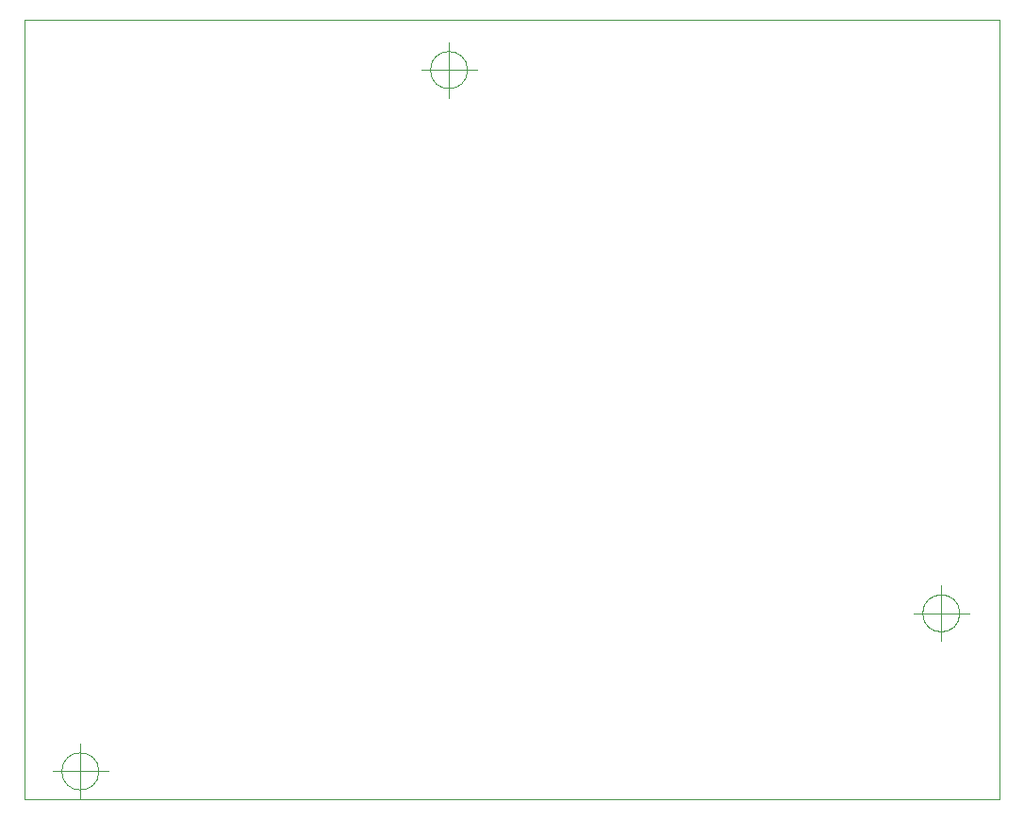
<source format=gbr>
%TF.GenerationSoftware,KiCad,Pcbnew,(5.1.6)-1*%
%TF.CreationDate,2020-11-25T15:36:35+01:00*%
%TF.ProjectId,Board,426f6172-642e-46b6-9963-61645f706362,rev?*%
%TF.SameCoordinates,Original*%
%TF.FileFunction,Profile,NP*%
%FSLAX46Y46*%
G04 Gerber Fmt 4.6, Leading zero omitted, Abs format (unit mm)*
G04 Created by KiCad (PCBNEW (5.1.6)-1) date 2020-11-25 15:36:35*
%MOMM*%
%LPD*%
G01*
G04 APERTURE LIST*
%TA.AperFunction,Profile*%
%ADD10C,0.050000*%
%TD*%
G04 APERTURE END LIST*
D10*
X45706666Y-125850000D02*
G75*
G03*
X45706666Y-125850000I-1666666J0D01*
G01*
X41540000Y-125850000D02*
X46540000Y-125850000D01*
X44040000Y-123350000D02*
X44040000Y-128350000D01*
X123006666Y-111650000D02*
G75*
G03*
X123006666Y-111650000I-1666666J0D01*
G01*
X118840000Y-111650000D02*
X123840000Y-111650000D01*
X121340000Y-109150000D02*
X121340000Y-114150000D01*
X78806666Y-62850000D02*
G75*
G03*
X78806666Y-62850000I-1666666J0D01*
G01*
X74640000Y-62850000D02*
X79640000Y-62850000D01*
X77140000Y-60350000D02*
X77140000Y-65350000D01*
X39040000Y-58350000D02*
X39040000Y-128350000D01*
X126540000Y-58350000D02*
X39040000Y-58350000D01*
X126540000Y-128350000D02*
X126540000Y-58350000D01*
X39040000Y-128350000D02*
X126540000Y-128350000D01*
X123016666Y-111660000D02*
G75*
G03*
X123016666Y-111660000I-1666666J0D01*
G01*
X118850000Y-111660000D02*
X123850000Y-111660000D01*
X121350000Y-109160000D02*
X121350000Y-114160000D01*
X45706666Y-125850000D02*
G75*
G03*
X45706666Y-125850000I-1666666J0D01*
G01*
X41540000Y-125850000D02*
X46540000Y-125850000D01*
X44040000Y-123350000D02*
X44040000Y-128350000D01*
M02*

</source>
